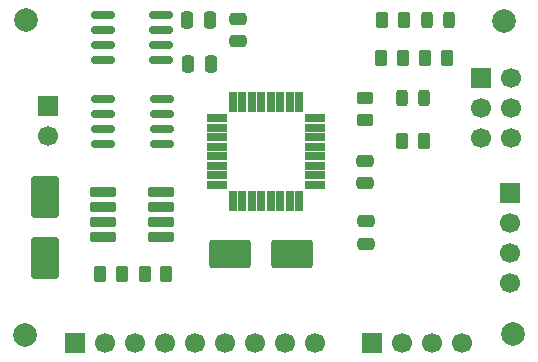
<source format=gts>
%TF.GenerationSoftware,KiCad,Pcbnew,9.0.6*%
%TF.CreationDate,2025-12-29T02:05:30+05:30*%
%TF.ProjectId,DATA LOGGER,44415441-204c-44f4-9747-45522e6b6963,rev?*%
%TF.SameCoordinates,Original*%
%TF.FileFunction,Soldermask,Top*%
%TF.FilePolarity,Negative*%
%FSLAX46Y46*%
G04 Gerber Fmt 4.6, Leading zero omitted, Abs format (unit mm)*
G04 Created by KiCad (PCBNEW 9.0.6) date 2025-12-29 02:05:30*
%MOMM*%
%LPD*%
G01*
G04 APERTURE LIST*
G04 Aperture macros list*
%AMRoundRect*
0 Rectangle with rounded corners*
0 $1 Rounding radius*
0 $2 $3 $4 $5 $6 $7 $8 $9 X,Y pos of 4 corners*
0 Add a 4 corners polygon primitive as box body*
4,1,4,$2,$3,$4,$5,$6,$7,$8,$9,$2,$3,0*
0 Add four circle primitives for the rounded corners*
1,1,$1+$1,$2,$3*
1,1,$1+$1,$4,$5*
1,1,$1+$1,$6,$7*
1,1,$1+$1,$8,$9*
0 Add four rect primitives between the rounded corners*
20,1,$1+$1,$2,$3,$4,$5,0*
20,1,$1+$1,$4,$5,$6,$7,0*
20,1,$1+$1,$6,$7,$8,$9,0*
20,1,$1+$1,$8,$9,$2,$3,0*%
G04 Aperture macros list end*
%ADD10RoundRect,0.250000X-0.250000X-0.475000X0.250000X-0.475000X0.250000X0.475000X-0.250000X0.475000X0*%
%ADD11RoundRect,0.243750X-0.243750X-0.456250X0.243750X-0.456250X0.243750X0.456250X-0.243750X0.456250X0*%
%ADD12C,2.000000*%
%ADD13RoundRect,0.250001X-1.499999X-0.949999X1.499999X-0.949999X1.499999X0.949999X-1.499999X0.949999X0*%
%ADD14RoundRect,0.250001X0.949999X-1.499999X0.949999X1.499999X-0.949999X1.499999X-0.949999X-1.499999X0*%
%ADD15RoundRect,0.094250X-0.742750X-0.282750X0.742750X-0.282750X0.742750X0.282750X-0.742750X0.282750X0*%
%ADD16RoundRect,0.094250X-0.282750X-0.742750X0.282750X-0.742750X0.282750X0.742750X-0.282750X0.742750X0*%
%ADD17RoundRect,0.150000X-0.825000X-0.150000X0.825000X-0.150000X0.825000X0.150000X-0.825000X0.150000X0*%
%ADD18RoundRect,0.099250X-0.987750X-0.297750X0.987750X-0.297750X0.987750X0.297750X-0.987750X0.297750X0*%
%ADD19RoundRect,0.250000X-0.262500X-0.450000X0.262500X-0.450000X0.262500X0.450000X-0.262500X0.450000X0*%
%ADD20RoundRect,0.250000X0.262500X0.450000X-0.262500X0.450000X-0.262500X-0.450000X0.262500X-0.450000X0*%
%ADD21RoundRect,0.250000X0.450000X-0.262500X0.450000X0.262500X-0.450000X0.262500X-0.450000X-0.262500X0*%
%ADD22C,1.700000*%
%ADD23R,1.700000X1.700000*%
%ADD24RoundRect,0.250000X-0.475000X0.250000X-0.475000X-0.250000X0.475000X-0.250000X0.475000X0.250000X0*%
%ADD25RoundRect,0.250000X0.475000X-0.250000X0.475000X0.250000X-0.475000X0.250000X-0.475000X-0.250000X0*%
G04 APERTURE END LIST*
D10*
%TO.C,C1*%
X69290000Y-65760000D03*
X67390000Y-65760000D03*
%TD*%
D11*
%TO.C,D1*%
X87382500Y-68635000D03*
X85507500Y-68635000D03*
%TD*%
D12*
%TO.C,H1*%
X53640000Y-62010000D03*
%TD*%
%TO.C,H4*%
X94910000Y-88610000D03*
%TD*%
%TO.C,H3*%
X53530000Y-88700000D03*
%TD*%
%TO.C,H2*%
X94143500Y-62143000D03*
%TD*%
D13*
%TO.C,Y2*%
X70950000Y-81875000D03*
X76150000Y-81875000D03*
%TD*%
D14*
%TO.C,Y1*%
X55225000Y-82175000D03*
X55225000Y-76975000D03*
%TD*%
D15*
%TO.C,U4*%
X78145000Y-70355000D03*
X78145000Y-71155000D03*
X78145000Y-71955000D03*
X78145000Y-72755000D03*
X78145000Y-73555000D03*
X78145000Y-74355000D03*
X78145000Y-75155000D03*
X78145000Y-75955000D03*
X69805000Y-75955000D03*
X69805000Y-75155000D03*
X69805000Y-74355000D03*
X69805000Y-73555000D03*
X69805000Y-72755000D03*
X69805000Y-71955000D03*
X69805000Y-71155000D03*
X69805000Y-70355000D03*
D16*
X71175000Y-68985000D03*
X71975000Y-68985000D03*
X72775000Y-68985000D03*
X73575000Y-68985000D03*
X74375000Y-68985000D03*
X75175000Y-68985000D03*
X75975000Y-68985000D03*
X76775000Y-68985000D03*
X76775000Y-77325000D03*
X75975000Y-77325000D03*
X75175000Y-77325000D03*
X74375000Y-77325000D03*
X73575000Y-77325000D03*
X72775000Y-77325000D03*
X71975000Y-77325000D03*
X71175000Y-77325000D03*
%TD*%
D17*
%TO.C,U3*%
X60170000Y-68695000D03*
X60170000Y-69965000D03*
X60170000Y-71235000D03*
X60170000Y-72505000D03*
X65120000Y-72505000D03*
X65120000Y-71235000D03*
X65120000Y-69965000D03*
X65120000Y-68695000D03*
%TD*%
D18*
%TO.C,U2*%
X60160000Y-76575000D03*
X60160000Y-77845000D03*
X60160000Y-79115000D03*
X60160000Y-80385000D03*
X65110000Y-80385000D03*
X65110000Y-79115000D03*
X65110000Y-77845000D03*
X65110000Y-76575000D03*
%TD*%
D17*
%TO.C,U1*%
X60155000Y-61620000D03*
X60155000Y-62890000D03*
X60155000Y-64160000D03*
X60155000Y-65430000D03*
X65105000Y-65430000D03*
X65105000Y-64160000D03*
X65105000Y-62890000D03*
X65105000Y-61620000D03*
%TD*%
D19*
%TO.C,R7*%
X83820000Y-61985000D03*
X85645000Y-61985000D03*
%TD*%
%TO.C,R6*%
X85507500Y-72260000D03*
X87332500Y-72260000D03*
%TD*%
D20*
%TO.C,R5*%
X85557500Y-65285000D03*
X83732500Y-65285000D03*
%TD*%
D21*
%TO.C,R4*%
X82325000Y-70462500D03*
X82325000Y-68637500D03*
%TD*%
D20*
%TO.C,R3*%
X89257500Y-65260000D03*
X87432500Y-65260000D03*
%TD*%
D19*
%TO.C,R2*%
X59927500Y-83570000D03*
X61752500Y-83570000D03*
%TD*%
D20*
%TO.C,R1*%
X65515000Y-83570000D03*
X63690000Y-83570000D03*
%TD*%
D22*
%TO.C,J4*%
X94750000Y-72005000D03*
X92210000Y-72005000D03*
X94750000Y-69465000D03*
X92210000Y-69465000D03*
X94750000Y-66925000D03*
D23*
X92210000Y-66925000D03*
%TD*%
D22*
%TO.C,J3*%
X94600000Y-84315000D03*
X94600000Y-81775000D03*
X94600000Y-79235000D03*
D23*
X94600000Y-76695000D03*
%TD*%
D22*
%TO.C,J2*%
X78085000Y-89400000D03*
X75545000Y-89400000D03*
X73005000Y-89400000D03*
X70465000Y-89400000D03*
X67925000Y-89400000D03*
X65385000Y-89400000D03*
X62845000Y-89400000D03*
X60305000Y-89400000D03*
D23*
X57765000Y-89400000D03*
%TD*%
D22*
%TO.C,J1*%
X90531000Y-89400000D03*
X87991000Y-89400000D03*
X85451000Y-89400000D03*
D23*
X82911000Y-89400000D03*
%TD*%
D11*
%TO.C,D2*%
X87557500Y-61985000D03*
X89432500Y-61985000D03*
%TD*%
D10*
%TO.C,C5*%
X67315000Y-62060000D03*
X69215000Y-62060000D03*
%TD*%
D24*
%TO.C,C4*%
X71600000Y-63800000D03*
X71600000Y-61900000D03*
%TD*%
D25*
%TO.C,C3*%
X82450000Y-80950000D03*
X82450000Y-79050000D03*
%TD*%
D24*
%TO.C,C2*%
X82387500Y-73950000D03*
X82387500Y-75850000D03*
%TD*%
D23*
%TO.C,BT1*%
X55550000Y-69325000D03*
D22*
X55550000Y-71865000D03*
%TD*%
M02*

</source>
